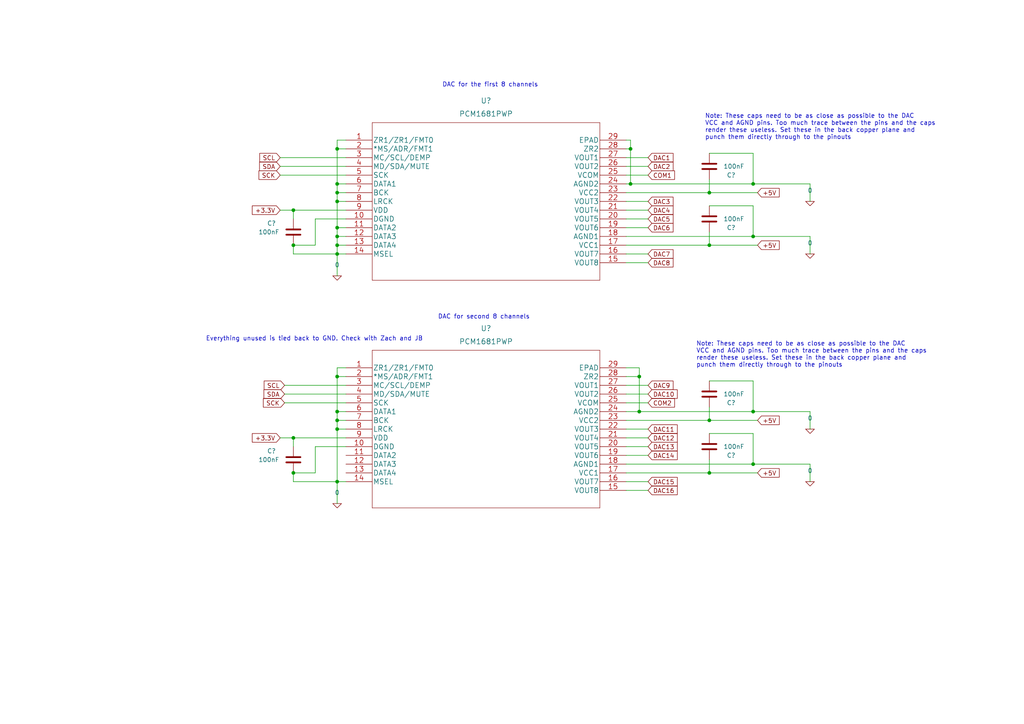
<source format=kicad_sch>
(kicad_sch (version 20211123) (generator eeschema)
  (paper "A4")
  (lib_symbols
    (symbol "Device:C" (pin_numbers hide) (pin_names (offset 0.254))
      (property "Reference" "C" (at 0.635 2.54 0))
      (property "Value" "C" (at 0.635 -2.54 0))
      (symbol "C_0_1"
        (polyline (pts (xy -2.032 -0.762) (xy 2.032 -0.762)) (stroke (width 0.508)))
        (polyline (pts (xy -2.032 0.762) (xy 2.032 0.762)) (stroke (width 0.508)))
      )
      (symbol "C_1_1"
        (pin passive line (at 0 3.81 270) (length 2.794) (name "~") (number "1"))
        (pin passive line (at 0 -3.81 90) (length 2.794) (name "~") (number "2"))
      )
    )
    (symbol "FaultSignalGeneratorCustomSymbols:PCM1681PWP" (pin_names (offset 0.254))
      (property "Reference" "U" (at 40.64 10.16 0))
      (property "Value" "PCM1681PWP" (at 40.64 7.62 0))
      (symbol "PCM1681PWP_1_1"
        (polyline (pts (xy 7.62 -40.64) (xy 73.66 -40.64)) (stroke (width 0.127)))
        (polyline (pts (xy 7.62 5.08) (xy 7.62 -40.64)) (stroke (width 0.127)))
        (polyline (pts (xy 73.66 -40.64) (xy 73.66 5.08)) (stroke (width 0.127)))
        (polyline (pts (xy 73.66 5.08) (xy 7.62 5.08)) (stroke (width 0.127)))
        (pin bidirectional line (at 0 0 0) (length 7.62) (name "ZR1/ZR1/FMT0") (number "1"))
        (pin power_in line (at 0 -22.86 0) (length 7.62) (name "DGND") (number "10"))
        (pin input line (at 0 -25.4 0) (length 7.62) (name "DATA2") (number "11"))
        (pin input line (at 0 -27.94 0) (length 7.62) (name "DATA3") (number "12"))
        (pin input line (at 0 -30.48 0) (length 7.62) (name "DATA4") (number "13"))
        (pin input line (at 0 -33.02 0) (length 7.62) (name "MSEL") (number "14"))
        (pin output line (at 81.28 -35.56 180) (length 7.62) (name "VOUT8") (number "15"))
        (pin output line (at 81.28 -33.02 180) (length 7.62) (name "VOUT7") (number "16"))
        (pin power_in line (at 81.28 -30.48 180) (length 7.62) (name "VCC1") (number "17"))
        (pin power_in line (at 81.28 -27.94 180) (length 7.62) (name "AGND1") (number "18"))
        (pin output line (at 81.28 -25.4 180) (length 7.62) (name "VOUT6") (number "19"))
        (pin input line (at 0 -2.54 0) (length 7.62) (name "*MS/ADR/FMT1") (number "2"))
        (pin output line (at 81.28 -22.86 180) (length 7.62) (name "VOUT5") (number "20"))
        (pin output line (at 81.28 -20.32 180) (length 7.62) (name "VOUT4") (number "21"))
        (pin output line (at 81.28 -17.78 180) (length 7.62) (name "VOUT3") (number "22"))
        (pin power_in line (at 81.28 -15.24 180) (length 7.62) (name "VCC2") (number "23"))
        (pin power_in line (at 81.28 -12.7 180) (length 7.62) (name "AGND2") (number "24"))
        (pin power_in line (at 81.28 -10.16 180) (length 7.62) (name "VCOM") (number "25"))
        (pin output line (at 81.28 -7.62 180) (length 7.62) (name "VOUT2") (number "26"))
        (pin output line (at 81.28 -5.08 180) (length 7.62) (name "VOUT1") (number "27"))
        (pin output line (at 81.28 -2.54 180) (length 7.62) (name "ZR2") (number "28"))
        (pin unspecified line (at 81.28 0 180) (length 7.62) (name "EPAD") (number "29"))
        (pin input line (at 0 -5.08 0) (length 7.62) (name "MC/SCL/DEMP") (number "3"))
        (pin bidirectional line (at 0 -7.62 0) (length 7.62) (name "MD/SDA/MUTE") (number "4"))
        (pin input line (at 0 -10.16 0) (length 7.62) (name "SCK") (number "5"))
        (pin input line (at 0 -12.7 0) (length 7.62) (name "DATA1") (number "6"))
        (pin input line (at 0 -15.24 0) (length 7.62) (name "BCK") (number "7"))
        (pin input line (at 0 -17.78 0) (length 7.62) (name "LRCK") (number "8"))
        (pin power_in line (at 0 -20.32 0) (length 7.62) (name "VDD") (number "9"))
      )
    )
    (symbol "pspice:0" (power) (pin_names (offset 0))
      (property "Value" "0" (at 0 -1.778 0))
      (symbol "0_0_1"
        (polyline (pts (xy -1.27 0) (xy 0 -1.27) (xy 1.27 0) (xy -1.27 0)))
      )
      (symbol "0_1_1"
        (pin power_in line (at 0 0 0) (length 0) hide (name "0") (number "1"))
      )
    )
  )
  (junction (at 97.79 109.22))
  (junction (at 97.79 66.04))
  (junction (at 97.79 55.88))
  (junction (at 85.09 71.12))
  (junction (at 97.79 139.7))
  (junction (at 97.79 121.92))
  (junction (at 97.79 68.58))
  (junction (at 205.74 137.16))
  (junction (at 205.74 71.12))
  (junction (at 97.79 58.42))
  (junction (at 218.44 68.58))
  (junction (at 85.09 137.16))
  (junction (at 97.79 71.12))
  (junction (at 97.79 53.34))
  (junction (at 97.79 124.46))
  (junction (at 205.74 121.92))
  (junction (at 185.42 109.22))
  (junction (at 182.88 43.18))
  (junction (at 85.09 60.96))
  (junction (at 85.09 127))
  (junction (at 97.79 73.66))
  (junction (at 185.42 119.38))
  (junction (at 218.44 119.38))
  (junction (at 182.88 53.34))
  (junction (at 205.74 55.88))
  (junction (at 218.44 53.34))
  (junction (at 97.79 43.18))
  (junction (at 97.79 119.38))
  (junction (at 218.44 134.62))
  (wire (pts (xy 218.44 134.62) (xy 234.95 134.62)))
  (wire (pts (xy 205.74 118.11) (xy 205.74 121.92)))
  (wire (pts (xy 181.61 53.34) (xy 182.88 53.34)))
  (wire (pts (xy 82.55 114.3) (xy 100.33 114.3)))
  (wire (pts (xy 97.79 124.46) (xy 100.33 124.46)))
  (wire (pts (xy 85.09 127) (xy 100.33 127)))
  (wire (pts (xy 182.88 40.64) (xy 182.88 43.18)))
  (wire (pts (xy 185.42 119.38) (xy 218.44 119.38)))
  (wire (pts (xy 91.44 71.12) (xy 85.09 71.12)))
  (wire (pts (xy 97.79 109.22) (xy 97.79 119.38)))
  (wire (pts (xy 91.44 137.16) (xy 85.09 137.16)))
  (wire (pts (xy 205.74 67.31) (xy 205.74 71.12)))
  (wire (pts (xy 97.79 40.64) (xy 97.79 43.18)))
  (wire (pts (xy 181.61 142.24) (xy 187.96 142.24)))
  (wire (pts (xy 205.74 55.88) (xy 219.71 55.88)))
  (wire (pts (xy 100.33 40.64) (xy 97.79 40.64)))
  (wire (pts (xy 97.79 66.04) (xy 100.33 66.04)))
  (wire (pts (xy 81.28 60.96) (xy 85.09 60.96)))
  (wire (pts (xy 181.61 114.3) (xy 187.96 114.3)))
  (wire (pts (xy 205.74 110.49) (xy 218.44 110.49)))
  (wire (pts (xy 218.44 125.73) (xy 218.44 134.62)))
  (wire (pts (xy 100.33 109.22) (xy 97.79 109.22)))
  (wire (pts (xy 81.28 50.8) (xy 100.33 50.8)))
  (wire (pts (xy 97.79 73.66) (xy 100.33 73.66)))
  (wire (pts (xy 97.79 55.88) (xy 97.79 58.42)))
  (wire (pts (xy 82.55 116.84) (xy 100.33 116.84)))
  (wire (pts (xy 97.79 58.42) (xy 97.79 66.04)))
  (wire (pts (xy 100.33 43.18) (xy 97.79 43.18)))
  (wire (pts (xy 181.61 66.04) (xy 187.96 66.04)))
  (wire (pts (xy 182.88 53.34) (xy 218.44 53.34)))
  (wire (pts (xy 97.79 139.7) (xy 97.79 146.05)))
  (wire (pts (xy 181.61 60.96) (xy 187.96 60.96)))
  (wire (pts (xy 185.42 109.22) (xy 185.42 119.38)))
  (wire (pts (xy 97.79 43.18) (xy 97.79 53.34)))
  (wire (pts (xy 97.79 106.68) (xy 97.79 109.22)))
  (wire (pts (xy 181.61 40.64) (xy 182.88 40.64)))
  (wire (pts (xy 181.61 124.46) (xy 187.96 124.46)))
  (wire (pts (xy 181.61 132.08) (xy 187.96 132.08)))
  (wire (pts (xy 205.74 137.16) (xy 219.71 137.16)))
  (wire (pts (xy 100.33 129.54) (xy 91.44 129.54)))
  (wire (pts (xy 181.61 127) (xy 187.96 127)))
  (wire (pts (xy 181.61 119.38) (xy 185.42 119.38)))
  (wire (pts (xy 97.79 66.04) (xy 97.79 68.58)))
  (wire (pts (xy 91.44 129.54) (xy 91.44 137.16)))
  (wire (pts (xy 181.61 137.16) (xy 205.74 137.16)))
  (wire (pts (xy 234.95 53.34) (xy 234.95 58.42)))
  (wire (pts (xy 181.61 71.12) (xy 205.74 71.12)))
  (wire (pts (xy 100.33 106.68) (xy 97.79 106.68)))
  (wire (pts (xy 218.44 53.34) (xy 234.95 53.34)))
  (wire (pts (xy 82.55 111.76) (xy 100.33 111.76)))
  (wire (pts (xy 181.61 45.72) (xy 187.96 45.72)))
  (wire (pts (xy 182.88 43.18) (xy 182.88 53.34)))
  (wire (pts (xy 185.42 106.68) (xy 185.42 109.22)))
  (wire (pts (xy 181.61 129.54) (xy 187.96 129.54)))
  (wire (pts (xy 97.79 71.12) (xy 100.33 71.12)))
  (wire (pts (xy 218.44 59.69) (xy 218.44 68.58)))
  (wire (pts (xy 97.79 139.7) (xy 85.09 139.7)))
  (wire (pts (xy 218.44 119.38) (xy 234.95 119.38)))
  (wire (pts (xy 181.61 106.68) (xy 185.42 106.68)))
  (wire (pts (xy 81.28 48.26) (xy 100.33 48.26)))
  (wire (pts (xy 85.09 60.96) (xy 85.09 63.5)))
  (wire (pts (xy 97.79 124.46) (xy 97.79 139.7)))
  (wire (pts (xy 181.61 63.5) (xy 187.96 63.5)))
  (wire (pts (xy 81.28 45.72) (xy 100.33 45.72)))
  (wire (pts (xy 91.44 63.5) (xy 91.44 71.12)))
  (wire (pts (xy 218.44 110.49) (xy 218.44 119.38)))
  (wire (pts (xy 205.74 121.92) (xy 219.71 121.92)))
  (wire (pts (xy 81.28 127) (xy 85.09 127)))
  (wire (pts (xy 97.79 73.66) (xy 97.79 80.01)))
  (wire (pts (xy 181.61 109.22) (xy 185.42 109.22)))
  (wire (pts (xy 181.61 139.7) (xy 187.96 139.7)))
  (wire (pts (xy 181.61 68.58) (xy 218.44 68.58)))
  (wire (pts (xy 218.44 68.58) (xy 234.95 68.58)))
  (wire (pts (xy 181.61 55.88) (xy 205.74 55.88)))
  (wire (pts (xy 97.79 73.66) (xy 85.09 73.66)))
  (wire (pts (xy 97.79 71.12) (xy 97.79 73.66)))
  (wire (pts (xy 85.09 73.66) (xy 85.09 71.12)))
  (wire (pts (xy 97.79 121.92) (xy 100.33 121.92)))
  (wire (pts (xy 234.95 68.58) (xy 234.95 73.66)))
  (wire (pts (xy 85.09 139.7) (xy 85.09 137.16)))
  (wire (pts (xy 100.33 55.88) (xy 97.79 55.88)))
  (wire (pts (xy 181.61 111.76) (xy 187.96 111.76)))
  (wire (pts (xy 181.61 48.26) (xy 187.96 48.26)))
  (wire (pts (xy 100.33 63.5) (xy 91.44 63.5)))
  (wire (pts (xy 97.79 139.7) (xy 100.33 139.7)))
  (wire (pts (xy 181.61 116.84) (xy 187.96 116.84)))
  (wire (pts (xy 205.74 52.07) (xy 205.74 55.88)))
  (wire (pts (xy 97.79 58.42) (xy 100.33 58.42)))
  (wire (pts (xy 181.61 76.2) (xy 187.96 76.2)))
  (wire (pts (xy 97.79 68.58) (xy 97.79 71.12)))
  (wire (pts (xy 100.33 119.38) (xy 97.79 119.38)))
  (wire (pts (xy 181.61 43.18) (xy 182.88 43.18)))
  (wire (pts (xy 181.61 134.62) (xy 218.44 134.62)))
  (wire (pts (xy 97.79 53.34) (xy 97.79 55.88)))
  (wire (pts (xy 234.95 119.38) (xy 234.95 124.46)))
  (wire (pts (xy 218.44 44.45) (xy 218.44 53.34)))
  (wire (pts (xy 85.09 60.96) (xy 100.33 60.96)))
  (wire (pts (xy 97.79 119.38) (xy 97.79 121.92)))
  (wire (pts (xy 97.79 68.58) (xy 100.33 68.58)))
  (wire (pts (xy 205.74 133.35) (xy 205.74 137.16)))
  (wire (pts (xy 234.95 134.62) (xy 234.95 139.7)))
  (wire (pts (xy 181.61 121.92) (xy 205.74 121.92)))
  (wire (pts (xy 205.74 71.12) (xy 219.71 71.12)))
  (wire (pts (xy 205.74 125.73) (xy 218.44 125.73)))
  (wire (pts (xy 205.74 59.69) (xy 218.44 59.69)))
  (wire (pts (xy 181.61 58.42) (xy 187.96 58.42)))
  (wire (pts (xy 97.79 53.34) (xy 100.33 53.34)))
  (wire (pts (xy 205.74 44.45) (xy 218.44 44.45)))
  (wire (pts (xy 181.61 73.66) (xy 187.96 73.66)))
  (wire (pts (xy 85.09 127) (xy 85.09 129.54)))
  (wire (pts (xy 181.61 50.8) (xy 187.96 50.8)))
  (wire (pts (xy 97.79 121.92) (xy 97.79 124.46)))
  (text "DAC for the first 8 channels\n" (at 128.27 25.4 0) (effects (font (size 1.27 1.27)) (justify left bottom)))
  (text "DAC for second 8 channels" (at 127 92.71 0) (effects (font (size 1.27 1.27)) (justify left bottom)))
  (text "Note: These caps need to be as close as possible to the DAC\nVCC and AGND pins. Too much trace between the pins and the caps\nrender these useless. Set these in the back copper plane and \npunch them directly through to the pinouts" (at 204.47 40.64 0) (effects (font (size 1.27 1.27)) (justify left bottom)))
  (text "Note: These caps need to be as close as possible to the DAC\nVCC and AGND pins. Too much trace between the pins and the caps\nrender these useless. Set these in the back copper plane and \npunch them directly through to the pinouts" (at 201.93 106.68 0) (effects (font (size 1.27 1.27)) (justify left bottom)))
  (text "Everything unused is tied back to GND. Check with Zach and JB" (at 59.69 99.06 0) (effects (font (size 1.27 1.27)) (justify left bottom)))
  (global_label "SDA" (shape input) (at 81.28 48.26 180) (property "Intersheet References" "${INTERSHEET_REFS}" (effects hide)))
  (global_label "SDA" (shape input) (at 82.55 114.3 180) (property "Intersheet References" "${INTERSHEET_REFS}" (effects hide)))
  (global_label "+5V" (shape input) (at 219.71 137.16 0) (property "Intersheet References" "${INTERSHEET_REFS}" (effects hide)))
  (global_label "DAC7" (shape input) (at 187.96 73.66 0) (property "Intersheet References" "${INTERSHEET_REFS}" (effects hide)))
  (global_label "DAC15" (shape input) (at 187.96 139.7 0) (property "Intersheet References" "${INTERSHEET_REFS}" (effects hide)))
  (global_label "DAC16" (shape input) (at 187.96 142.24 0) (property "Intersheet References" "${INTERSHEET_REFS}" (effects hide)))
  (global_label "DAC14" (shape input) (at 187.96 132.08 0) (property "Intersheet References" "${INTERSHEET_REFS}" (effects hide)))
  (global_label "DAC8" (shape input) (at 187.96 76.2 0) (property "Intersheet References" "${INTERSHEET_REFS}" (effects hide)))
  (global_label "+5V" (shape input) (at 219.71 121.92 0) (property "Intersheet References" "${INTERSHEET_REFS}" (effects hide)))
  (global_label "DAC11" (shape input) (at 187.96 124.46 0) (property "Intersheet References" "${INTERSHEET_REFS}" (effects hide)))
  (global_label "+5V" (shape input) (at 219.71 71.12 0) (property "Intersheet References" "${INTERSHEET_REFS}" (effects hide)))
  (global_label "SCK" (shape input) (at 82.55 116.84 180) (property "Intersheet References" "${INTERSHEET_REFS}" (effects hide)))
  (global_label "DAC1" (shape input) (at 187.96 45.72 0) (property "Intersheet References" "${INTERSHEET_REFS}" (effects hide)))
  (global_label "+3.3V" (shape input) (at 81.28 127 180) (property "Intersheet References" "${INTERSHEET_REFS}" (effects hide)))
  (global_label "DAC10" (shape input) (at 187.96 114.3 0) (property "Intersheet References" "${INTERSHEET_REFS}" (effects hide)))
  (global_label "DAC4" (shape input) (at 187.96 60.96 0) (property "Intersheet References" "${INTERSHEET_REFS}" (effects hide)))
  (global_label "+5V" (shape input) (at 219.71 55.88 0) (property "Intersheet References" "${INTERSHEET_REFS}" (effects hide)))
  (global_label "DAC2" (shape input) (at 187.96 48.26 0) (property "Intersheet References" "${INTERSHEET_REFS}" (effects hide)))
  (global_label "DAC5" (shape input) (at 187.96 63.5 0) (property "Intersheet References" "${INTERSHEET_REFS}" (effects hide)))
  (global_label "SCL" (shape input) (at 81.28 45.72 180) (property "Intersheet References" "${INTERSHEET_REFS}" (effects hide)))
  (global_label "DAC9" (shape input) (at 187.96 111.76 0) (property "Intersheet References" "${INTERSHEET_REFS}" (effects hide)))
  (global_label "DAC12" (shape input) (at 187.96 127 0) (property "Intersheet References" "${INTERSHEET_REFS}" (effects hide)))
  (global_label "DAC3" (shape input) (at 187.96 58.42 0) (property "Intersheet References" "${INTERSHEET_REFS}" (effects hide)))
  (global_label "+3.3V" (shape input) (at 81.28 60.96 180) (property "Intersheet References" "${INTERSHEET_REFS}" (effects hide)))
  (global_label "DAC13" (shape input) (at 187.96 129.54 0) (property "Intersheet References" "${INTERSHEET_REFS}" (effects hide)))
  (global_label "SCK" (shape input) (at 81.28 50.8 180) (property "Intersheet References" "${INTERSHEET_REFS}" (effects hide)))
  (global_label "COM1" (shape input) (at 187.96 50.8 0) (property "Intersheet References" "${INTERSHEET_REFS}" (effects hide)))
  (global_label "COM2" (shape input) (at 187.96 116.84 0) (property "Intersheet References" "${INTERSHEET_REFS}" (effects hide)))
  (global_label "SCL" (shape input) (at 82.55 111.76 180) (property "Intersheet References" "${INTERSHEET_REFS}" (effects hide)))
  (global_label "DAC6" (shape input) (at 187.96 66.04 0) (property "Intersheet References" "${INTERSHEET_REFS}" (effects hide)))
  (symbol (lib_id "FaultSignalGeneratorCustomSymbols:PCM1681PWP") (at 100.33 106.68 0) (unit 1)
    (property "Reference" "U?" (at 140.97 95.25 0) (effects (font (size 1.524 1.524))))
    (property "Value" "PCM1681PWP" (at 140.97 99.06 0) (effects (font (size 1.524 1.524))))
    (property "Footprint" "PCM1681PWP:PCM1681PWP" (effects hide))
  )
  (symbol (lib_id "pspice:0") (at 97.79 80.01 0) (unit 1)
    (property "Reference" "#GND0134" (effects hide))
    (property "Value" "0" (at 97.79 76.835 0))
  )
  (symbol (lib_id "Device:C") (at 205.74 129.54 180) (unit 1)
    (property "Reference" "C?" (at 213.36 132.08 0) (effects (justify left)))
    (property "Value" "100nF" (at 215.9 129.54 0) (effects (justify left)))
    (property "Footprint" "Capacitor_SMD:C_1812_4532Metric_Pad1.57x3.40mm_HandSolder" (effects hide))
    (property "Spice_Primitive" "C" (effects hide))
    (property "Spice_Model" "4700p" (effects hide))
    (property "Spice_Netlist_Enabled" "Y" (effects hide))
  )
  (symbol (lib_id "Device:C") (at 205.74 48.26 180) (unit 1)
    (property "Reference" "C?" (at 213.36 50.8 0) (effects (justify left)))
    (property "Value" "100nF" (at 215.9 48.26 0) (effects (justify left)))
    (property "Footprint" "Capacitor_SMD:C_1812_4532Metric_Pad1.57x3.40mm_HandSolder" (effects hide))
    (property "Spice_Primitive" "C" (effects hide))
    (property "Spice_Model" "4700p" (effects hide))
    (property "Spice_Netlist_Enabled" "Y" (effects hide))
  )
  (symbol (lib_id "FaultSignalGeneratorCustomSymbols:PCM1681PWP") (at 100.33 40.64 0) (unit 1)
    (property "Reference" "U?" (at 140.97 29.21 0) (effects (font (size 1.524 1.524))))
    (property "Value" "PCM1681PWP" (at 140.97 33.02 0) (effects (font (size 1.524 1.524))))
    (property "Footprint" "PCM1681PWP:PCM1681PWP" (effects hide))
  )
  (symbol (lib_id "pspice:0") (at 234.95 139.7 0) (unit 1)
    (property "Reference" "#GND0133" (effects hide))
    (property "Value" "0" (at 234.95 136.525 0))
  )
  (symbol (lib_id "Device:C") (at 205.74 114.3 180) (unit 1)
    (property "Reference" "C?" (at 213.36 116.84 0) (effects (justify left)))
    (property "Value" "100nF" (at 215.9 114.3 0) (effects (justify left)))
    (property "Footprint" "Capacitor_SMD:C_1812_4532Metric_Pad1.57x3.40mm_HandSolder" (effects hide))
    (property "Spice_Primitive" "C" (effects hide))
    (property "Spice_Model" "4700p" (effects hide))
    (property "Spice_Netlist_Enabled" "Y" (effects hide))
  )
  (symbol (lib_id "Device:C") (at 85.09 133.35 0) (unit 1)
    (property "Reference" "C?" (at 77.47 130.81 0) (effects (justify left)))
    (property "Value" "100nF" (at 74.93 133.35 0) (effects (justify left)))
    (property "Footprint" "Capacitor_SMD:C_1812_4532Metric_Pad1.57x3.40mm_HandSolder" (effects hide))
    (property "Spice_Primitive" "C" (effects hide))
    (property "Spice_Model" "4700p" (effects hide))
    (property "Spice_Netlist_Enabled" "Y" (effects hide))
  )
  (symbol (lib_id "pspice:0") (at 97.79 146.05 0) (unit 1)
    (property "Reference" "#GND0135" (effects hide))
    (property "Value" "0" (at 97.79 142.875 0))
  )
  (symbol (lib_id "pspice:0") (at 234.95 58.42 0) (unit 1)
    (property "Reference" "#GND0130" (effects hide))
    (property "Value" "0" (at 234.95 55.245 0))
  )
  (symbol (lib_id "Device:C") (at 205.74 63.5 180) (unit 1)
    (property "Reference" "C?" (at 213.36 66.04 0) (effects (justify left)))
    (property "Value" "100nF" (at 215.9 63.5 0) (effects (justify left)))
    (property "Footprint" "Capacitor_SMD:C_1812_4532Metric_Pad1.57x3.40mm_HandSolder" (effects hide))
    (property "Spice_Primitive" "C" (effects hide))
    (property "Spice_Model" "4700p" (effects hide))
    (property "Spice_Netlist_Enabled" "Y" (effects hide))
  )
  (symbol (lib_id "Device:C") (at 85.09 67.31 0) (unit 1)
    (property "Reference" "C?" (at 77.47 64.77 0) (effects (justify left)))
    (property "Value" "100nF" (at 74.93 67.31 0) (effects (justify left)))
    (property "Footprint" "Capacitor_SMD:C_1812_4532Metric_Pad1.57x3.40mm_HandSolder" (effects hide))
    (property "Spice_Primitive" "C" (effects hide))
    (property "Spice_Model" "4700p" (effects hide))
    (property "Spice_Netlist_Enabled" "Y" (effects hide))
  )
  (symbol (lib_id "pspice:0") (at 234.95 73.66 0) (unit 1)
    (property "Reference" "#GND0131" (effects hide))
    (property "Value" "0" (at 234.95 70.485 0))
  )
  (symbol (lib_id "pspice:0") (at 234.95 124.46 0) (unit 1)
    (property "Reference" "#GND0132" (effects hide))
    (property "Value" "0" (at 234.95 121.285 0))
  )
)
</source>
